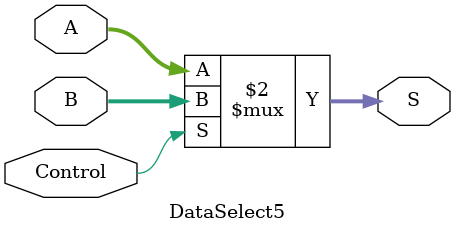
<source format=v>
`timescale 1ns / 1ps


module DataSelect5(
    input [4:0] A,
    input [4:0] B,
    input Control,
    output [4:0] S
    );
    assign S = (Control == 1'b0 ? A : B);
endmodule

</source>
